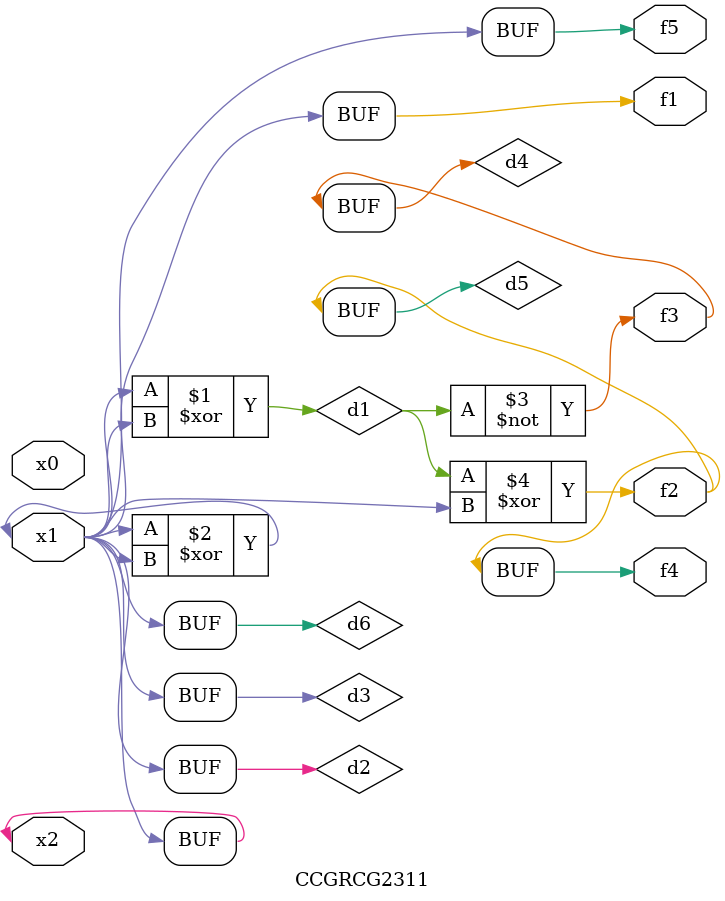
<source format=v>
module CCGRCG2311(
	input x0, x1, x2,
	output f1, f2, f3, f4, f5
);

	wire d1, d2, d3, d4, d5, d6;

	xor (d1, x1, x2);
	buf (d2, x1, x2);
	xor (d3, x1, x2);
	nor (d4, d1);
	xor (d5, d1, d2);
	buf (d6, d2, d3);
	assign f1 = d6;
	assign f2 = d5;
	assign f3 = d4;
	assign f4 = d5;
	assign f5 = d6;
endmodule

</source>
